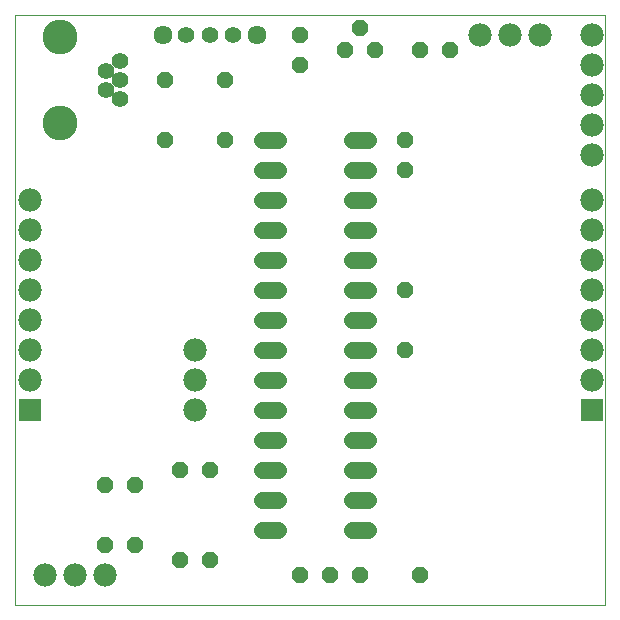
<source format=gbs>
G75*
%MOIN*%
%OFA0B0*%
%FSLAX25Y25*%
%IPPOS*%
%LPD*%
%AMOC8*
5,1,8,0,0,1.08239X$1,22.5*
%
%ADD10C,0.00000*%
%ADD11R,0.07800X0.07800*%
%ADD12C,0.07800*%
%ADD13OC8,0.05600*%
%ADD14C,0.05600*%
%ADD15C,0.05550*%
%ADD16C,0.11620*%
%ADD17C,0.06337*%
D10*
X0009867Y0004867D02*
X0009867Y0201717D01*
X0206717Y0201717D01*
X0206717Y0004867D01*
X0009867Y0004867D01*
D11*
X0014867Y0069867D03*
X0202367Y0069867D03*
D12*
X0202367Y0079867D03*
X0202367Y0089867D03*
X0202367Y0099867D03*
X0202367Y0109867D03*
X0202367Y0119867D03*
X0202367Y0129867D03*
X0202367Y0139867D03*
X0202367Y0154867D03*
X0202367Y0164867D03*
X0202367Y0174867D03*
X0202367Y0184867D03*
X0202367Y0194867D03*
X0184867Y0194867D03*
X0174867Y0194867D03*
X0164867Y0194867D03*
X0069867Y0089867D03*
X0069867Y0079867D03*
X0069867Y0069867D03*
X0014867Y0079867D03*
X0014867Y0089867D03*
X0014867Y0099867D03*
X0014867Y0109867D03*
X0014867Y0119867D03*
X0014867Y0129867D03*
X0014867Y0139867D03*
X0019867Y0014867D03*
X0029867Y0014867D03*
X0039867Y0014867D03*
D13*
X0039867Y0024867D03*
X0049867Y0024867D03*
X0064867Y0019867D03*
X0074867Y0019867D03*
X0049867Y0044867D03*
X0039867Y0044867D03*
X0064867Y0049867D03*
X0074867Y0049867D03*
X0104867Y0014867D03*
X0114867Y0014867D03*
X0124867Y0014867D03*
X0144867Y0014867D03*
X0139867Y0089867D03*
X0139867Y0109867D03*
X0139867Y0149867D03*
X0139867Y0159867D03*
X0144867Y0189867D03*
X0154867Y0189867D03*
X0129867Y0189867D03*
X0124867Y0197367D03*
X0119867Y0189867D03*
X0104867Y0194867D03*
X0104867Y0184867D03*
X0079867Y0179867D03*
X0079867Y0159867D03*
X0059867Y0159867D03*
X0059867Y0179867D03*
D14*
X0092267Y0159867D02*
X0097467Y0159867D01*
X0097467Y0149867D02*
X0092267Y0149867D01*
X0092267Y0139867D02*
X0097467Y0139867D01*
X0097467Y0129867D02*
X0092267Y0129867D01*
X0092267Y0119867D02*
X0097467Y0119867D01*
X0097467Y0109867D02*
X0092267Y0109867D01*
X0092267Y0099867D02*
X0097467Y0099867D01*
X0097467Y0089867D02*
X0092267Y0089867D01*
X0092267Y0079867D02*
X0097467Y0079867D01*
X0097467Y0069867D02*
X0092267Y0069867D01*
X0092267Y0059867D02*
X0097467Y0059867D01*
X0097467Y0049867D02*
X0092267Y0049867D01*
X0092267Y0039867D02*
X0097467Y0039867D01*
X0097467Y0029867D02*
X0092267Y0029867D01*
X0122267Y0029867D02*
X0127467Y0029867D01*
X0127467Y0039867D02*
X0122267Y0039867D01*
X0122267Y0049867D02*
X0127467Y0049867D01*
X0127467Y0059867D02*
X0122267Y0059867D01*
X0122267Y0069867D02*
X0127467Y0069867D01*
X0127467Y0079867D02*
X0122267Y0079867D01*
X0122267Y0089867D02*
X0127467Y0089867D01*
X0127467Y0099867D02*
X0122267Y0099867D01*
X0122267Y0109867D02*
X0127467Y0109867D01*
X0127467Y0119867D02*
X0122267Y0119867D01*
X0122267Y0129867D02*
X0127467Y0129867D01*
X0127467Y0139867D02*
X0122267Y0139867D01*
X0122267Y0149867D02*
X0127467Y0149867D01*
X0127467Y0159867D02*
X0122267Y0159867D01*
D15*
X0082741Y0194867D03*
X0074867Y0194867D03*
X0066993Y0194867D03*
X0044945Y0186166D03*
X0040221Y0183016D03*
X0044945Y0179867D03*
X0040221Y0176717D03*
X0044945Y0173567D03*
D16*
X0024867Y0165497D03*
X0024867Y0194237D03*
D17*
X0059119Y0194867D03*
X0090615Y0194867D03*
M02*

</source>
